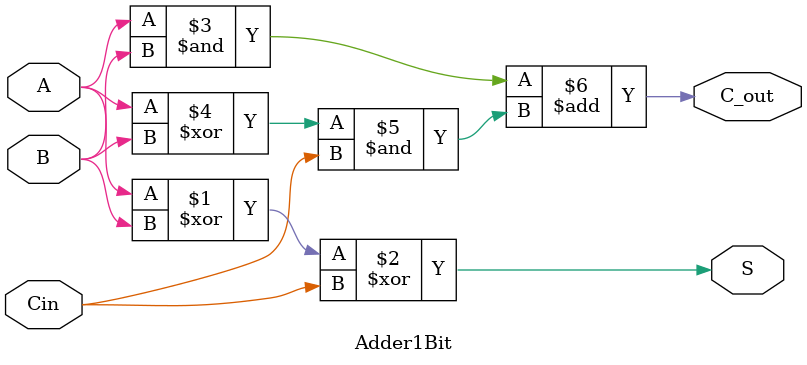
<source format=v>
module Adder1Bit(
    input A,
    input B,
    input Cin,
    output S,
    output C_out
);

assign S = A ^ B ^ Cin;
assign C_out = (A & B) + ((A ^ B) & Cin);
endmodule

</source>
